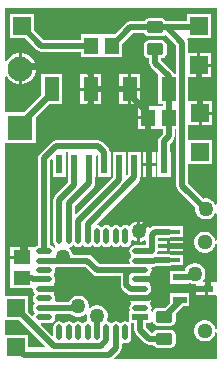
<source format=gbr>
%TF.GenerationSoftware,Altium Limited,Altium Designer,22.2.1 (43)*%
G04 Layer_Physical_Order=1*
G04 Layer_Color=255*
%FSLAX45Y45*%
%MOMM*%
%TF.SameCoordinates,D68F7B63-5BB6-472D-936E-BE577255EEBD*%
%TF.FilePolarity,Positive*%
%TF.FileFunction,Copper,L1,Top,Signal*%
%TF.Part,Single*%
G01*
G75*
%TA.AperFunction,SMDPad,CuDef*%
%ADD10R,1.47000X1.16000*%
%ADD11R,1.16000X1.47000*%
%ADD12R,1.27000X2.03200*%
G04:AMPARAMS|DCode=13|XSize=1mm|YSize=1.42mm|CornerRadius=0.125mm|HoleSize=0mm|Usage=FLASHONLY|Rotation=90.000|XOffset=0mm|YOffset=0mm|HoleType=Round|Shape=RoundedRectangle|*
%AMROUNDEDRECTD13*
21,1,1.00000,1.17000,0,0,90.0*
21,1,0.75000,1.42000,0,0,90.0*
1,1,0.25000,0.58500,0.37500*
1,1,0.25000,0.58500,-0.37500*
1,1,0.25000,-0.58500,-0.37500*
1,1,0.25000,-0.58500,0.37500*
%
%ADD13ROUNDEDRECTD13*%
%ADD14R,1.35523X0.48583*%
G04:AMPARAMS|DCode=15|XSize=1.35523mm|YSize=0.48583mm|CornerRadius=0.24292mm|HoleSize=0mm|Usage=FLASHONLY|Rotation=180.000|XOffset=0mm|YOffset=0mm|HoleType=Round|Shape=RoundedRectangle|*
%AMROUNDEDRECTD15*
21,1,1.35523,0.00000,0,0,180.0*
21,1,0.86940,0.48583,0,0,180.0*
1,1,0.48583,-0.43470,0.00000*
1,1,0.48583,0.43470,0.00000*
1,1,0.48583,0.43470,0.00000*
1,1,0.48583,-0.43470,0.00000*
%
%ADD15ROUNDEDRECTD15*%
G04:AMPARAMS|DCode=16|XSize=0.48583mm|YSize=1.35523mm|CornerRadius=0.24292mm|HoleSize=0mm|Usage=FLASHONLY|Rotation=180.000|XOffset=0mm|YOffset=0mm|HoleType=Round|Shape=RoundedRectangle|*
%AMROUNDEDRECTD16*
21,1,0.48583,0.86940,0,0,180.0*
21,1,0.00000,1.35523,0,0,180.0*
1,1,0.48583,0.00000,0.43470*
1,1,0.48583,0.00000,0.43470*
1,1,0.48583,0.00000,-0.43470*
1,1,0.48583,0.00000,-0.43470*
%
%ADD16ROUNDEDRECTD16*%
%ADD17R,1.90000X0.40000*%
%ADD18R,1.15000X0.60000*%
%TA.AperFunction,Conductor*%
%ADD19C,0.48600*%
%TA.AperFunction,ComponentPad*%
%ADD20R,1.50000X1.50000*%
%ADD21R,2.10000X2.10000*%
%ADD22C,2.10000*%
%ADD23R,1.50000X1.50000*%
%ADD24C,1.28000*%
%ADD25R,0.60000X1.60000*%
%TA.AperFunction,ViaPad*%
%ADD26C,1.27000*%
G36*
X8263100Y7260600D02*
X8267826D01*
Y7211730D01*
X8155069Y7098972D01*
X8144084Y7082532D01*
X8140227Y7063141D01*
Y6757548D01*
X8140235Y6757506D01*
Y6714078D01*
X8144092Y6694689D01*
X8155075Y6678252D01*
X8158190Y6676171D01*
X8159244Y6660808D01*
X8144742Y6662690D01*
X8142648Y6665825D01*
X8126211Y6676808D01*
X8114025Y6679232D01*
Y7397149D01*
X8124367Y7407490D01*
X8136100Y7402630D01*
Y7260600D01*
X8246900D01*
Y7467726D01*
X8263100D01*
Y7260600D01*
D02*
G37*
G36*
X9525000Y7027142D02*
X9512300Y7024559D01*
X9502158Y7042126D01*
X9485606Y7058678D01*
X9465334Y7070382D01*
X9442724Y7076440D01*
X9419316D01*
X9414952Y7075271D01*
X9283574Y7206650D01*
Y7355050D01*
X9284900Y7367200D01*
X9296274Y7367200D01*
X9485700D01*
Y7568000D01*
X9284900Y7568000D01*
X9283574Y7580150D01*
Y7685250D01*
X9284900Y7697400D01*
X9296274Y7697400D01*
X9372600D01*
Y7797800D01*
Y7898200D01*
X9284900Y7898200D01*
X9283574Y7910350D01*
Y8103800D01*
X9359900D01*
Y8204200D01*
Y8304600D01*
X9283574D01*
Y8394700D01*
X9279716Y8414092D01*
X9274900Y8421300D01*
X9281688Y8434000D01*
X9473000D01*
Y8634800D01*
X9272200D01*
Y8576976D01*
X9098822D01*
X9098501Y8578590D01*
X9090124Y8591127D01*
X9077588Y8599503D01*
X9062800Y8602445D01*
X8945800D01*
X8931012Y8599503D01*
X8918476Y8591127D01*
X8910099Y8578590D01*
X8909778Y8576976D01*
X8792103D01*
X8772711Y8573119D01*
X8756272Y8562134D01*
X8662338Y8468200D01*
X8555199D01*
X8551701Y8468200D01*
X8542499D01*
X8539001Y8468200D01*
X8375699D01*
Y8419974D01*
X8060090D01*
X7974400Y8505663D01*
Y8634800D01*
X7773600D01*
Y8434000D01*
X7902737D01*
X8003268Y8333468D01*
X8019708Y8322484D01*
X8039100Y8318626D01*
X8375699D01*
Y8270400D01*
X8539001D01*
X8542499Y8270400D01*
X8551701D01*
X8555199Y8270400D01*
X8718501D01*
Y8381037D01*
X8813093Y8475629D01*
X8909778D01*
X8910099Y8474015D01*
X8918476Y8461478D01*
X8931012Y8453102D01*
X8945800Y8450160D01*
X9062800D01*
X9077588Y8453102D01*
X9090124Y8461478D01*
X9094070Y8461867D01*
X9182226Y8373710D01*
Y8128000D01*
X9166242D01*
X9165416Y8132152D01*
X9154432Y8148592D01*
X9054974Y8248050D01*
Y8263160D01*
X9062800D01*
X9077588Y8266102D01*
X9090124Y8274478D01*
X9098501Y8287015D01*
X9101442Y8301803D01*
Y8376803D01*
X9098501Y8391591D01*
X9090124Y8404127D01*
X9077588Y8412503D01*
X9062800Y8415445D01*
X8945800D01*
X8931012Y8412503D01*
X8918476Y8404127D01*
X8910099Y8391591D01*
X8907158Y8376803D01*
Y8301803D01*
X8910099Y8287015D01*
X8918476Y8274478D01*
X8931012Y8266102D01*
X8945800Y8263160D01*
X8953626D01*
Y8227060D01*
X8957484Y8207668D01*
X8968468Y8191228D01*
X9022444Y8137253D01*
X9029699Y8128000D01*
X9029700D01*
X9029700Y8127999D01*
Y7874000D01*
X9067027D01*
Y7858600D01*
X9037799D01*
X9034301Y7858600D01*
X9025099D01*
X9021601Y7858600D01*
X8954399D01*
Y7759700D01*
Y7660800D01*
X9021601D01*
X9025099Y7660800D01*
X9034301D01*
X9037799Y7660800D01*
X9067027D01*
Y7622310D01*
X9042128Y7597412D01*
X9031144Y7580972D01*
X9027286Y7561580D01*
Y7471400D01*
X9022560D01*
Y7260600D01*
X9133360D01*
Y7471400D01*
X9128634D01*
Y7540590D01*
X9153532Y7565489D01*
X9164517Y7581929D01*
X9168374Y7601321D01*
Y7660800D01*
X9182226D01*
Y7185660D01*
X9186084Y7166268D01*
X9197068Y7149828D01*
X9343289Y7003608D01*
X9342120Y6999244D01*
Y6975836D01*
X9348178Y6953226D01*
X9359882Y6932954D01*
X9376434Y6916402D01*
X9396706Y6904698D01*
X9419316Y6898640D01*
X9442724D01*
X9465334Y6904698D01*
X9485606Y6916402D01*
X9502158Y6932954D01*
X9512300Y6950521D01*
X9525000Y6947938D01*
Y6720907D01*
X9512300Y6719235D01*
X9506707Y6740107D01*
X9494938Y6760493D01*
X9478293Y6777138D01*
X9457907Y6788907D01*
X9435170Y6795000D01*
X9411630D01*
X9388893Y6788907D01*
X9368507Y6777138D01*
X9351862Y6760493D01*
X9340093Y6740107D01*
X9334000Y6717370D01*
Y6693830D01*
X9340093Y6671093D01*
X9351862Y6650707D01*
X9368507Y6634062D01*
X9388893Y6622293D01*
X9411630Y6616200D01*
X9435170D01*
X9457907Y6622293D01*
X9478293Y6634062D01*
X9494938Y6650707D01*
X9506707Y6671093D01*
X9512300Y6691965D01*
X9525000Y6690293D01*
Y6376770D01*
X9517202Y6367300D01*
X9512300Y6367300D01*
X9447002D01*
Y6311900D01*
Y6256500D01*
X9512300D01*
X9517202Y6256500D01*
X9525000Y6247030D01*
Y5971607D01*
X9512300Y5969935D01*
X9506707Y5990807D01*
X9494938Y6011193D01*
X9478293Y6027838D01*
X9457907Y6039607D01*
X9435170Y6045700D01*
X9411630D01*
X9388893Y6039607D01*
X9368507Y6027838D01*
X9351862Y6011193D01*
X9340093Y5990807D01*
X9334000Y5968070D01*
Y5944530D01*
X9340093Y5921793D01*
X9351862Y5901407D01*
X9368507Y5884762D01*
X9388893Y5872993D01*
X9411630Y5866900D01*
X9435170D01*
X9457907Y5872993D01*
X9478293Y5884762D01*
X9494938Y5901407D01*
X9506707Y5921793D01*
X9512300Y5942665D01*
X9525000Y5940993D01*
Y5715000D01*
X8662124D01*
X8656863Y5727700D01*
X8706722Y5777559D01*
X8717707Y5793999D01*
X8721564Y5813391D01*
Y5844708D01*
X8734265Y5851626D01*
X8750899Y5848317D01*
X8770288Y5852173D01*
X8786725Y5863156D01*
X8797708Y5879593D01*
X8801565Y5898982D01*
Y5985922D01*
X8797708Y6005311D01*
X8795170Y6009109D01*
X8801157Y6020309D01*
X8826626D01*
Y5964403D01*
X8830484Y5945011D01*
X8841468Y5928571D01*
X8917668Y5852371D01*
X8934108Y5841386D01*
X8953500Y5837529D01*
X8985978D01*
X8986299Y5835915D01*
X8994676Y5823378D01*
X9007212Y5815002D01*
X9022000Y5812060D01*
X9139000D01*
X9153788Y5815002D01*
X9166324Y5823378D01*
X9174701Y5835915D01*
X9177642Y5850703D01*
Y5925703D01*
X9174701Y5940491D01*
X9166324Y5953027D01*
X9153788Y5961403D01*
X9139000Y5964345D01*
X9022000D01*
X9007212Y5961403D01*
X8994676Y5953027D01*
X8986436Y5940695D01*
X8980560Y5940018D01*
X8973897Y5939469D01*
X8927974Y5985392D01*
Y6020309D01*
X8971610D01*
Y6031666D01*
X8984310Y6032916D01*
X8986299Y6022915D01*
X8994676Y6010378D01*
X9007212Y6002002D01*
X9022000Y5999060D01*
X9139000D01*
X9153788Y6002002D01*
X9166324Y6010378D01*
X9174701Y6022915D01*
X9177642Y6037702D01*
Y6100682D01*
X9238460Y6161499D01*
X9292198D01*
Y6272299D01*
X9126398D01*
Y6192764D01*
X9084979Y6151345D01*
X9022000D01*
X9007212Y6148403D01*
X8994676Y6140027D01*
X8986299Y6127490D01*
X8984310Y6117489D01*
X8983942Y6117525D01*
X8971610Y6119692D01*
X8969081Y6132392D01*
X8972583Y6150000D01*
X8968727Y6169389D01*
X8960943Y6181038D01*
X8958761Y6190000D01*
X8960943Y6198963D01*
X8968727Y6210612D01*
X8970057Y6217300D01*
X8878448D01*
X8786839D01*
X8788170Y6210612D01*
X8795953Y6198963D01*
X8798136Y6190000D01*
X8795953Y6181038D01*
X8788170Y6169389D01*
X8784313Y6150000D01*
X8787816Y6132392D01*
X8785286Y6119692D01*
X8785286D01*
Y6036180D01*
X8774086Y6030193D01*
X8770288Y6032730D01*
X8750899Y6036587D01*
X8731511Y6032730D01*
X8715074Y6021748D01*
X8706725D01*
X8690288Y6032730D01*
X8670900Y6036587D01*
X8651511Y6032730D01*
X8635074Y6021748D01*
X8626725D01*
X8610288Y6032730D01*
X8600182Y6034741D01*
X8593734Y6048972D01*
X8593742Y6048986D01*
X8599800Y6071596D01*
Y6095004D01*
X8593742Y6117614D01*
X8582038Y6137886D01*
X8565486Y6154438D01*
X8545214Y6166142D01*
X8522604Y6172200D01*
X8499196D01*
X8476586Y6166142D01*
X8456314Y6154438D01*
X8452119Y6150242D01*
X8448070Y6151118D01*
X8439937Y6156022D01*
Y6176284D01*
X8433879Y6198894D01*
X8422175Y6219166D01*
X8405623Y6235718D01*
X8385352Y6247422D01*
X8362741Y6253480D01*
X8339334D01*
X8316723Y6247422D01*
X8296452Y6235718D01*
X8279900Y6219166D01*
X8269223Y6200674D01*
X8161102D01*
X8154180Y6213374D01*
X8157487Y6230000D01*
X8153630Y6249389D01*
X8145847Y6261038D01*
X8143664Y6270000D01*
X8145847Y6278963D01*
X8153630Y6290611D01*
X8154961Y6297300D01*
X8063352D01*
Y6322700D01*
X8154961D01*
X8153630Y6329389D01*
X8145847Y6341038D01*
X8143664Y6350000D01*
X8145847Y6358962D01*
X8153630Y6370611D01*
X8157487Y6390000D01*
X8153630Y6409389D01*
X8145847Y6421037D01*
X8143664Y6430000D01*
X8145847Y6438962D01*
X8153630Y6450611D01*
X8157487Y6470000D01*
X8154180Y6486626D01*
X8161102Y6499326D01*
X8190770D01*
X8207736Y6494780D01*
X8231144D01*
X8248110Y6499326D01*
X8409270D01*
X8474428Y6434168D01*
X8490868Y6423183D01*
X8510260Y6419326D01*
X8709786D01*
Y6344290D01*
X8713644Y6324898D01*
X8724628Y6308459D01*
X8758918Y6274169D01*
X8775358Y6263184D01*
X8781320Y6261998D01*
X8787530Y6250565D01*
X8787844Y6247751D01*
X8786839Y6242700D01*
X8878448D01*
X8970057D01*
X8968727Y6249389D01*
X8960943Y6261038D01*
X8958761Y6270000D01*
X8960943Y6278963D01*
X8968727Y6290611D01*
X8972583Y6310000D01*
X8968727Y6329389D01*
X8960943Y6341038D01*
X8958761Y6350000D01*
X8960943Y6358962D01*
X8968727Y6370611D01*
X8970057Y6377300D01*
X8878448D01*
Y6402700D01*
X8970057D01*
X8968727Y6409389D01*
X8960943Y6421037D01*
X8958761Y6430000D01*
X8960943Y6438962D01*
X8968727Y6450611D01*
X8972583Y6470000D01*
X8969276Y6486626D01*
X8976198Y6499326D01*
X8994140D01*
X9013532Y6503183D01*
X9014495Y6503827D01*
X9118600D01*
X9137992Y6507684D01*
X9140112Y6509101D01*
X9239000D01*
Y6599900D01*
X9140112D01*
X9137992Y6601317D01*
X9118600Y6605174D01*
X9031117D01*
X9022635Y6617096D01*
X9026263Y6629100D01*
X9105900D01*
Y6674500D01*
Y6719900D01*
X9024494D01*
Y6741760D01*
X9026560Y6743826D01*
X9118600D01*
X9137992Y6747684D01*
X9140112Y6749100D01*
X9239000D01*
Y6839900D01*
X9140112D01*
X9137992Y6841316D01*
X9118600Y6845174D01*
X9005570D01*
X8986178Y6841316D01*
X8969738Y6830332D01*
X8961350Y6821943D01*
X8949082Y6825230D01*
X8947442Y6831354D01*
X8935738Y6851626D01*
X8919186Y6868178D01*
X8898914Y6879882D01*
X8877300Y6885673D01*
Y6797040D01*
Y6708407D01*
X8898914Y6714198D01*
X8910446Y6720857D01*
X8923146Y6713524D01*
Y6680673D01*
X8878448D01*
X8878406Y6680665D01*
X8834978D01*
X8815589Y6676808D01*
X8799152Y6665825D01*
X8788170Y6649388D01*
X8784313Y6629999D01*
X8788170Y6610611D01*
X8795953Y6598962D01*
X8798136Y6590000D01*
X8795953Y6581037D01*
X8788170Y6569388D01*
X8784313Y6550000D01*
X8787620Y6533374D01*
X8780698Y6520673D01*
X8531249D01*
X8466092Y6585831D01*
X8449652Y6596816D01*
X8430260Y6600673D01*
X8306923D01*
X8302282Y6617994D01*
X8290578Y6638266D01*
X8277139Y6651705D01*
X8279326Y6663168D01*
X8280721Y6665366D01*
X8290289Y6667270D01*
X8306726Y6678252D01*
X8315075D01*
X8331512Y6667270D01*
X8350900Y6663413D01*
X8370289Y6667270D01*
X8386726Y6678252D01*
X8395075D01*
X8411511Y6667270D01*
X8430900Y6663413D01*
X8450289Y6667270D01*
X8466726Y6678252D01*
X8475074D01*
X8491511Y6667270D01*
X8510900Y6663413D01*
X8530289Y6667270D01*
X8546725Y6678252D01*
X8555074D01*
X8571511Y6667270D01*
X8590900Y6663413D01*
X8610288Y6667270D01*
X8626725Y6678252D01*
X8635074D01*
X8651511Y6667270D01*
X8670900Y6663413D01*
X8690288Y6667270D01*
X8706725Y6678252D01*
X8715074D01*
X8731511Y6667270D01*
X8750899Y6663413D01*
X8770288Y6667270D01*
X8786725Y6678252D01*
X8797708Y6694689D01*
X8801565Y6714078D01*
Y6717640D01*
X8814265Y6723448D01*
X8830286Y6714198D01*
X8851900Y6708407D01*
Y6797040D01*
Y6885673D01*
X8830286Y6879882D01*
X8810014Y6868178D01*
X8793462Y6851626D01*
X8790073Y6845755D01*
X8777704Y6842871D01*
X8770288Y6847827D01*
X8750899Y6851683D01*
X8731511Y6847827D01*
X8715074Y6836844D01*
X8706725D01*
X8690288Y6847827D01*
X8670900Y6851683D01*
X8651511Y6847827D01*
X8635074Y6836844D01*
X8626725D01*
X8610288Y6847827D01*
X8590900Y6851683D01*
X8571511Y6847827D01*
X8555074Y6836844D01*
X8546725D01*
X8530289Y6847827D01*
X8513658Y6851135D01*
X8507542Y6862978D01*
X8862332Y7217768D01*
X8873316Y7234208D01*
X8877174Y7253600D01*
Y7260600D01*
X8881900D01*
Y7471400D01*
X8771100D01*
Y7278660D01*
X8767600Y7276321D01*
X8754900Y7283110D01*
Y7471400D01*
X8644100D01*
Y7260601D01*
X8644100Y7260600D01*
X8644100D01*
X8644100Y7260600D01*
X8640690Y7249313D01*
X8333307Y6941930D01*
X8321574Y6946791D01*
Y7015471D01*
X8481332Y7175228D01*
X8492316Y7191668D01*
X8496174Y7211060D01*
Y7260600D01*
X8500900D01*
Y7437134D01*
X8513600Y7443922D01*
X8516127Y7442234D01*
Y7371700D01*
X8517100Y7366806D01*
Y7260600D01*
X8627900D01*
Y7471400D01*
X8617474D01*
Y7472030D01*
X8613617Y7491422D01*
X8602632Y7507861D01*
X8556262Y7554232D01*
X8539822Y7565216D01*
X8520430Y7569074D01*
X8163613D01*
X8144221Y7565216D01*
X8127782Y7554232D01*
X8026277Y7452727D01*
X8015292Y7436287D01*
X8011435Y7416895D01*
X8012678Y7410645D01*
Y6679232D01*
X8000493Y6676808D01*
X7984056Y6665825D01*
X7984034Y6665792D01*
X7972899Y6661101D01*
X7972900Y6661101D01*
X7972899Y6661101D01*
X7886700D01*
Y6577701D01*
X7874000D01*
Y6565001D01*
X7775100D01*
Y6494301D01*
X7775100Y6494301D01*
Y6485099D01*
X7775100D01*
X7775100Y6481601D01*
Y6318299D01*
X7962406D01*
X7969217Y6310000D01*
X7973073Y6290611D01*
X7980857Y6278963D01*
X7983039Y6270000D01*
X7980857Y6261038D01*
X7973073Y6249389D01*
X7969217Y6230000D01*
X7973073Y6210612D01*
X7980857Y6198963D01*
X7983039Y6190000D01*
X7980857Y6181038D01*
X7973073Y6169389D01*
X7969217Y6150000D01*
X7973073Y6130612D01*
X7980857Y6118963D01*
X7983039Y6110000D01*
X7980857Y6101038D01*
X7973073Y6089389D01*
X7972251Y6085252D01*
X7960097Y6081566D01*
X7923600Y6118063D01*
Y6247200D01*
X7734300D01*
Y7544398D01*
X7991700D01*
Y7758935D01*
X8106765Y7874000D01*
X8216900D01*
Y8128000D01*
X8039100D01*
Y7949661D01*
X7894637Y7805198D01*
X7734300D01*
Y8108567D01*
X7747000Y8111970D01*
X7756954Y8094730D01*
X7781233Y8070451D01*
X7810967Y8053283D01*
X7844132Y8044397D01*
X7848600D01*
Y8174797D01*
Y8305197D01*
X7844132D01*
X7810967Y8296311D01*
X7781233Y8279143D01*
X7756954Y8254864D01*
X7747000Y8237624D01*
X7734300Y8241027D01*
Y8686800D01*
X9525000D01*
Y7027142D01*
D02*
G37*
G36*
X8296452Y6093442D02*
X8316723Y6081738D01*
X8339334Y6075680D01*
X8362741D01*
X8385352Y6081738D01*
X8405623Y6093442D01*
X8409819Y6097638D01*
X8413867Y6096762D01*
X8422000Y6091858D01*
Y6071596D01*
X8428058Y6048986D01*
X8428066Y6048972D01*
X8421618Y6034741D01*
X8411511Y6032730D01*
X8395075Y6021748D01*
X8386726D01*
X8370289Y6032730D01*
X8350900Y6036587D01*
X8331512Y6032730D01*
X8315075Y6021748D01*
X8306726D01*
X8290289Y6032730D01*
X8270900Y6036587D01*
X8251512Y6032730D01*
X8235075Y6021748D01*
X8226726D01*
X8210289Y6032730D01*
X8190901Y6036587D01*
X8171512Y6032730D01*
X8155075Y6021748D01*
X8144092Y6005311D01*
X8140235Y5985922D01*
Y5918021D01*
X8128502Y5913161D01*
X8034061Y6007602D01*
X8038921Y6019335D01*
X8106822D01*
X8126211Y6023192D01*
X8142648Y6034175D01*
X8153630Y6050612D01*
X8157487Y6070001D01*
X8154180Y6086627D01*
X8161102Y6099327D01*
X8290567D01*
X8296452Y6093442D01*
D02*
G37*
G36*
X8069163Y5829174D02*
X8063903Y5816474D01*
X7923600D01*
Y5917000D01*
X7734300D01*
Y6046400D01*
X7851937D01*
X8069163Y5829174D01*
D02*
G37*
%LPC*%
G36*
X9473000Y8304600D02*
X9385300D01*
Y8216900D01*
X9473000D01*
Y8304600D01*
D02*
G37*
G36*
X7878468Y8305197D02*
X7874000D01*
Y8187497D01*
X7991700D01*
Y8191965D01*
X7982814Y8225130D01*
X7965646Y8254864D01*
X7941367Y8279143D01*
X7911633Y8296311D01*
X7878468Y8305197D01*
D02*
G37*
G36*
X9473000Y8191500D02*
X9385300D01*
Y8103800D01*
X9473000D01*
Y8191500D01*
D02*
G37*
G36*
X7991700Y8162097D02*
X7874000D01*
Y8044397D01*
X7878468D01*
X7911633Y8053283D01*
X7941367Y8070451D01*
X7965646Y8094730D01*
X7982814Y8124464D01*
X7991700Y8157629D01*
Y8162097D01*
D02*
G37*
G36*
X8877300Y8128000D02*
X8801100D01*
Y8013700D01*
X8877300D01*
Y8128000D01*
D02*
G37*
G36*
X8547100D02*
X8470900D01*
Y8013700D01*
X8547100D01*
Y8128000D01*
D02*
G37*
G36*
X8445500D02*
X8369300D01*
Y8013700D01*
X8445500D01*
Y8128000D01*
D02*
G37*
G36*
X8775700D02*
X8699500D01*
Y8013700D01*
X8775700D01*
Y8128000D01*
D02*
G37*
G36*
X8877300Y7988300D02*
X8801100D01*
Y7874000D01*
X8877300D01*
Y7988300D01*
D02*
G37*
G36*
X8775700D02*
X8699500D01*
Y7874000D01*
X8775700D01*
Y7988300D01*
D02*
G37*
G36*
X8547100D02*
X8470900D01*
Y7874000D01*
X8547100D01*
Y7988300D01*
D02*
G37*
G36*
X8445500D02*
X8369300D01*
Y7874000D01*
X8445500D01*
Y7988300D01*
D02*
G37*
G36*
X9398000Y7898200D02*
Y7810500D01*
X9485700D01*
Y7898200D01*
X9398000D01*
D02*
G37*
G36*
X8928999Y7858600D02*
X8858299D01*
Y7772400D01*
X8928999D01*
Y7858600D01*
D02*
G37*
G36*
X9485700Y7785100D02*
X9398000D01*
Y7697400D01*
X9485700D01*
Y7785100D01*
D02*
G37*
G36*
X8928999Y7747000D02*
X8858299D01*
Y7660800D01*
X8928999D01*
Y7747000D01*
D02*
G37*
G36*
X9008920Y7471400D02*
X8966220D01*
Y7378700D01*
X9008920D01*
Y7471400D01*
D02*
G37*
G36*
X8940820D02*
X8898120D01*
Y7378700D01*
X8940820D01*
Y7471400D01*
D02*
G37*
G36*
X9008920Y7353300D02*
X8966220D01*
Y7260600D01*
X9008920D01*
Y7353300D01*
D02*
G37*
G36*
X8940820D02*
X8898120D01*
Y7260600D01*
X8940820D01*
Y7353300D01*
D02*
G37*
G36*
X9239000Y6719900D02*
X9131300D01*
Y6687200D01*
X9239000D01*
Y6719900D01*
D02*
G37*
G36*
Y6661800D02*
X9131300D01*
Y6629100D01*
X9239000D01*
Y6661800D01*
D02*
G37*
G36*
X7861300Y6661101D02*
X7775100D01*
Y6590401D01*
X7861300D01*
Y6661101D01*
D02*
G37*
G36*
X9351284Y6527800D02*
X9327876D01*
X9305266Y6521742D01*
X9284994Y6510038D01*
X9268442Y6493486D01*
X9256738Y6473214D01*
X9253814Y6462301D01*
X9126398D01*
Y6351501D01*
X9292198D01*
Y6356228D01*
X9304973D01*
X9305266Y6356058D01*
X9327876Y6350000D01*
X9351284D01*
X9351402Y6349909D01*
Y6324600D01*
X9421602D01*
Y6367300D01*
X9411664D01*
X9406404Y6380000D01*
X9410718Y6384314D01*
X9422422Y6404586D01*
X9428480Y6427196D01*
Y6450604D01*
X9422422Y6473214D01*
X9410718Y6493486D01*
X9394166Y6510038D01*
X9373894Y6521742D01*
X9351284Y6527800D01*
D02*
G37*
G36*
X9421602Y6299200D02*
X9351402D01*
Y6256500D01*
X9421602D01*
Y6299200D01*
D02*
G37*
%LPD*%
D10*
X7874000Y6401699D02*
D03*
Y6577701D02*
D03*
D11*
X8635101Y8369300D02*
D03*
X8459099D02*
D03*
X9117701Y7759700D02*
D03*
X8941699D02*
D03*
D12*
X8788400Y8001000D02*
D03*
X9118600D02*
D03*
X8458200D02*
D03*
X8128000D02*
D03*
D13*
X9004300Y8339303D02*
D03*
Y8526302D02*
D03*
X9080500Y6075202D02*
D03*
Y5888203D02*
D03*
D14*
X8878448Y6070001D02*
D03*
D15*
Y6150000D02*
D03*
Y6230000D02*
D03*
Y6310000D02*
D03*
Y6390000D02*
D03*
Y6470000D02*
D03*
Y6550000D02*
D03*
Y6629999D02*
D03*
X8063352D02*
D03*
Y6550000D02*
D03*
Y6470000D02*
D03*
Y6390000D02*
D03*
Y6310000D02*
D03*
Y6230000D02*
D03*
Y6150000D02*
D03*
Y6070001D02*
D03*
D16*
X8750899Y6757548D02*
D03*
X8670900D02*
D03*
X8590900D02*
D03*
X8510900D02*
D03*
X8430900D02*
D03*
X8350900D02*
D03*
X8270900D02*
D03*
X8190901D02*
D03*
Y5942452D02*
D03*
X8270900D02*
D03*
X8350900D02*
D03*
X8430900D02*
D03*
X8510900D02*
D03*
X8590900D02*
D03*
X8670900D02*
D03*
X8750899D02*
D03*
D17*
X9118600Y6794500D02*
D03*
Y6554500D02*
D03*
Y6674500D02*
D03*
D18*
X9209298Y6406901D02*
D03*
Y6216899D02*
D03*
X9434302Y6311900D02*
D03*
D19*
Y6326800D02*
X9452783D01*
X7861300Y8200197D02*
X8386003D01*
X7901940Y6577701D02*
Y6804660D01*
X8063352Y6550000D02*
X8430260D01*
X8510260Y6470000D01*
X8794750D01*
X7888910Y5750890D02*
X8608390D01*
X7823200Y5816600D02*
X7888910Y5750890D01*
X8063352Y6629999D02*
Y7418139D01*
X8163613Y7518400D01*
X8566800Y7371700D02*
Y7472030D01*
X8163613Y7518400D02*
X8520430D01*
X8566800Y7472030D01*
Y7371700D02*
X8572500Y7366000D01*
X8037794Y7548705D02*
Y7620000D01*
X7989352Y7500262D02*
X8037794Y7548705D01*
X7989352Y6892072D02*
Y7500262D01*
X7901940Y6804660D02*
X7989352Y6892072D01*
X8037794Y7620000D02*
X8101294Y7683500D01*
X9364502Y8526302D02*
X9372600Y8534400D01*
X9101298Y8526302D02*
X9364502D01*
X7873900Y6096100D02*
X8145010Y5824990D01*
X7823200Y6146800D02*
X7873900Y6096100D01*
X8608390Y5750890D02*
X8670891Y5813391D01*
X8145010Y5824990D02*
X8541548D01*
X8590891Y5874333D01*
Y5942443D02*
X8590900Y5942452D01*
X8590891Y5874333D02*
Y5942443D01*
X8670891Y5813391D02*
Y5942443D01*
X8670900Y5942452D01*
X8794750Y6470000D02*
X8878448D01*
X9263380Y6674500D02*
X9287032D01*
X8953520Y7239000D02*
Y7366000D01*
Y6885960D02*
Y7239000D01*
X8996680Y6311900D02*
Y6350000D01*
Y6273180D02*
Y6311900D01*
X9004300Y8526302D02*
X9101298D01*
X8877300Y5964403D02*
Y6070001D01*
X9434302Y6311900D02*
Y6326800D01*
X9452783D02*
Y6508750D01*
X9287032Y6674500D02*
X9452783Y6508750D01*
X8878448Y6390000D02*
X8956680D01*
X8996680Y6350000D01*
Y6311900D02*
X9434302D01*
X9101298Y8526302D02*
X9232900Y8394700D01*
Y7185660D02*
Y8394700D01*
Y7185660D02*
X9431020Y6987540D01*
X8510900Y5942452D02*
Y6083300D01*
X9209298Y6406901D02*
X9307581D01*
X9339580Y6438900D01*
X8699500Y7236460D02*
Y7366000D01*
X8350900Y6887860D02*
X8699500Y7236460D01*
X8350900Y6757548D02*
Y6887860D01*
X8270900Y6757548D02*
Y7036460D01*
X8445500Y7211060D01*
Y7366000D01*
X8190901Y6757548D02*
Y7063141D01*
X8318500Y7190740D01*
Y7366000D01*
X8792103Y8526302D02*
X9004300D01*
X8635101Y8369300D02*
X8792103Y8526302D01*
X8039100Y8369300D02*
X8459099D01*
X7874000Y8534400D02*
X8039100Y8369300D01*
X8128000Y7966898D02*
Y8001000D01*
X7861300Y7700198D02*
X8128000Y7966898D01*
X8386003Y8200197D02*
X8458200Y8128000D01*
Y8001000D02*
Y8128000D01*
X9117701Y7601321D02*
Y7759700D01*
X9077960Y7561580D02*
X9117701Y7601321D01*
X9077960Y7366000D02*
Y7561580D01*
X9209298Y6204001D02*
Y6216899D01*
X9080500Y6075202D02*
X9209298Y6204001D01*
X8063352Y6310000D02*
X8568700D01*
X8648700Y6230000D01*
X8878448D01*
X8063352Y6150000D02*
X8336458D01*
X8351037Y6164580D01*
X8458200Y7874000D02*
Y8001000D01*
X8267700Y7683500D02*
X8458200Y7874000D01*
X8101294Y7683500D02*
X8267700D01*
X7874000Y6577701D02*
X7901940D01*
X8864600Y6797040D02*
X8953520Y6885960D01*
X8826500Y7253600D02*
Y7366000D01*
X8430900Y6858000D02*
X8826500Y7253600D01*
X8430900Y6757548D02*
Y6858000D01*
X9118600Y6674500D02*
X9263380D01*
Y6929140D01*
X8953520Y7239000D02*
X9263380Y6929140D01*
X8953500Y6230000D02*
X8996680Y6273180D01*
X8878448Y6230000D02*
X8953500D01*
X8794750Y6310000D02*
X8878448D01*
X8760460Y6344290D02*
X8794750Y6310000D01*
X8760460Y6344290D02*
Y6435710D01*
X8794750Y6470000D01*
X8953500Y5888203D02*
X9080500D01*
X8877300Y5964403D02*
X8953500Y5888203D01*
X8877300Y6070001D02*
X8878448D01*
X9005570Y6794500D02*
X9118600D01*
X8973820Y6762750D02*
X9005570Y6794500D01*
X8973820Y6629999D02*
Y6762750D01*
X8878448Y6629999D02*
X8973820D01*
X9004300Y8227060D02*
Y8339303D01*
Y8227060D02*
X9118600Y8112760D01*
Y8001000D02*
Y8112760D01*
Y7879979D02*
Y8001000D01*
X9117701Y7879080D02*
X9118600Y7879979D01*
X9117701Y7759700D02*
Y7879080D01*
X8941699Y7568321D02*
Y7759700D01*
Y7568321D02*
X8953520Y7556500D01*
Y7366000D02*
Y7556500D01*
X8788400Y7956179D02*
Y8001000D01*
Y7956179D02*
X8941699Y7802880D01*
Y7759700D02*
Y7802880D01*
X8458200Y8001000D02*
X8788400D01*
X9372600Y8006080D02*
Y8204200D01*
Y8006080D02*
X9385300Y7993380D01*
Y7797800D02*
Y7993380D01*
X7972059Y6390000D02*
X8063352D01*
X7960360Y6401699D02*
X7972059Y6390000D01*
X7874000Y6401699D02*
X7960360D01*
X8998641Y6554500D02*
X9118600D01*
X8994140Y6550000D02*
X8998641Y6554500D01*
X8878448Y6550000D02*
X8994140D01*
D20*
X7823200Y6146800D02*
D03*
X7874000Y8534400D02*
D03*
X7823200Y5816600D02*
D03*
X9385300Y7797800D02*
D03*
Y7467600D02*
D03*
X9372600Y8534400D02*
D03*
D21*
X7861300Y7674798D02*
D03*
D22*
Y8174797D02*
D03*
D23*
X9372600Y8204200D02*
D03*
D24*
X9423400Y6705600D02*
D03*
Y5956300D02*
D03*
D25*
X8826500Y7366000D02*
D03*
X8699500D02*
D03*
X8572500D02*
D03*
X8445500D02*
D03*
X8318500D02*
D03*
X8191500D02*
D03*
X8953520D02*
D03*
X9077960D02*
D03*
D26*
X8351037Y6164580D02*
D03*
X8219440Y6583680D02*
D03*
X9431020Y6987540D02*
D03*
X8510900Y6083300D02*
D03*
X9339580Y6438900D02*
D03*
X8864600Y6797040D02*
D03*
%TF.MD5,184d92b0bb3c5a5b1712dd0c4e416b36*%
M02*

</source>
